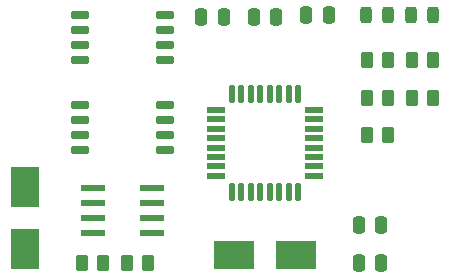
<source format=gtp>
%TF.GenerationSoftware,KiCad,Pcbnew,7.0.10*%
%TF.CreationDate,2024-01-19T04:31:44-05:00*%
%TF.ProjectId,Dattalogger_Board,44617474-616c-46f6-9767-65725f426f61,1*%
%TF.SameCoordinates,Original*%
%TF.FileFunction,Paste,Top*%
%TF.FilePolarity,Positive*%
%FSLAX46Y46*%
G04 Gerber Fmt 4.6, Leading zero omitted, Abs format (unit mm)*
G04 Created by KiCad (PCBNEW 7.0.10) date 2024-01-19 04:31:44*
%MOMM*%
%LPD*%
G01*
G04 APERTURE LIST*
G04 Aperture macros list*
%AMRoundRect*
0 Rectangle with rounded corners*
0 $1 Rounding radius*
0 $2 $3 $4 $5 $6 $7 $8 $9 X,Y pos of 4 corners*
0 Add a 4 corners polygon primitive as box body*
4,1,4,$2,$3,$4,$5,$6,$7,$8,$9,$2,$3,0*
0 Add four circle primitives for the rounded corners*
1,1,$1+$1,$2,$3*
1,1,$1+$1,$4,$5*
1,1,$1+$1,$6,$7*
1,1,$1+$1,$8,$9*
0 Add four rect primitives between the rounded corners*
20,1,$1+$1,$2,$3,$4,$5,0*
20,1,$1+$1,$4,$5,$6,$7,0*
20,1,$1+$1,$6,$7,$8,$9,0*
20,1,$1+$1,$8,$9,$2,$3,0*%
G04 Aperture macros list end*
%ADD10RoundRect,0.150000X-0.650000X-0.150000X0.650000X-0.150000X0.650000X0.150000X-0.650000X0.150000X0*%
%ADD11RoundRect,0.038500X-0.696500X-0.236500X0.696500X-0.236500X0.696500X0.236500X-0.696500X0.236500X0*%
%ADD12RoundRect,0.099000X-0.176000X-0.636000X0.176000X-0.636000X0.176000X0.636000X-0.176000X0.636000X0*%
%ADD13RoundRect,0.041300X-0.943700X-0.253700X0.943700X-0.253700X0.943700X0.253700X-0.943700X0.253700X0*%
%ADD14R,2.400000X3.500000*%
%ADD15R,3.500000X2.400000*%
%ADD16RoundRect,0.250000X-0.262500X-0.450000X0.262500X-0.450000X0.262500X0.450000X-0.262500X0.450000X0*%
%ADD17RoundRect,0.250000X0.262500X0.450000X-0.262500X0.450000X-0.262500X-0.450000X0.262500X-0.450000X0*%
%ADD18RoundRect,0.243750X-0.243750X-0.456250X0.243750X-0.456250X0.243750X0.456250X-0.243750X0.456250X0*%
%ADD19RoundRect,0.250000X0.250000X0.475000X-0.250000X0.475000X-0.250000X-0.475000X0.250000X-0.475000X0*%
%ADD20RoundRect,0.250000X-0.250000X-0.475000X0.250000X-0.475000X0.250000X0.475000X-0.250000X0.475000X0*%
G04 APERTURE END LIST*
D10*
%TO.C,U1*%
X136735000Y-73660000D03*
X136735000Y-74930000D03*
X136735000Y-76200000D03*
X136735000Y-77470000D03*
X143935000Y-77470000D03*
X143935000Y-76200000D03*
X143935000Y-74930000D03*
X143935000Y-73660000D03*
%TD*%
D11*
%TO.C,U4*%
X148230000Y-74035000D03*
X148230000Y-74835000D03*
X148230000Y-75635000D03*
X148230000Y-76435000D03*
X148230000Y-77235000D03*
X148230000Y-78035000D03*
X148230000Y-78835000D03*
X148230000Y-79635000D03*
D12*
X149600000Y-81005000D03*
X150400000Y-81005000D03*
X151200000Y-81005000D03*
X152000000Y-81005000D03*
X152800000Y-81005000D03*
X153600000Y-81005000D03*
X154400000Y-81005000D03*
X155200000Y-81005000D03*
D11*
X156570000Y-79635000D03*
X156570000Y-78835000D03*
X156570000Y-78035000D03*
X156570000Y-77235000D03*
X156570000Y-76435000D03*
X156570000Y-75635000D03*
X156570000Y-74835000D03*
X156570000Y-74035000D03*
D12*
X155200000Y-72665000D03*
X154400000Y-72665000D03*
X153600000Y-72665000D03*
X152800000Y-72665000D03*
X152000000Y-72665000D03*
X151200000Y-72665000D03*
X150400000Y-72665000D03*
X149600000Y-72665000D03*
%TD*%
D13*
%TO.C,U2*%
X137860000Y-80645000D03*
X137860000Y-81915000D03*
X137860000Y-83185000D03*
X137860000Y-84455000D03*
X142810000Y-84455000D03*
X142810000Y-83185000D03*
X142810000Y-81915000D03*
X142810000Y-80645000D03*
%TD*%
D10*
%TO.C,U3*%
X136735000Y-66040000D03*
X136735000Y-67310000D03*
X136735000Y-68580000D03*
X136735000Y-69850000D03*
X143935000Y-69850000D03*
X143935000Y-68580000D03*
X143935000Y-67310000D03*
X143935000Y-66040000D03*
%TD*%
D14*
%TO.C,Y1*%
X132080000Y-85785000D03*
X132080000Y-80585000D03*
%TD*%
D15*
%TO.C,Y2*%
X149800000Y-86360000D03*
X155000000Y-86360000D03*
%TD*%
D16*
%TO.C,R5*%
X161012500Y-69850000D03*
X162837500Y-69850000D03*
%TD*%
D17*
%TO.C,R4*%
X162837500Y-73025000D03*
X161012500Y-73025000D03*
%TD*%
%TO.C,R3*%
X161012500Y-76200000D03*
X162837500Y-76200000D03*
%TD*%
D18*
%TO.C,D2*%
X162862500Y-66040000D03*
X160987500Y-66040000D03*
%TD*%
D19*
%TO.C,C4*%
X162240000Y-86995000D03*
X160340000Y-86995000D03*
%TD*%
%TO.C,C2*%
X162240000Y-83820000D03*
X160340000Y-83820000D03*
%TD*%
D17*
%TO.C,R7*%
X164822500Y-69850000D03*
X166647500Y-69850000D03*
%TD*%
D16*
%TO.C,R6*%
X166647500Y-73025000D03*
X164822500Y-73025000D03*
%TD*%
D17*
%TO.C,R2*%
X142517500Y-86995000D03*
X140692500Y-86995000D03*
%TD*%
D16*
%TO.C,R1*%
X136882500Y-86995000D03*
X138707500Y-86995000D03*
%TD*%
D18*
%TO.C,D1*%
X164797500Y-66040000D03*
X166672500Y-66040000D03*
%TD*%
D20*
%TO.C,C5*%
X157795000Y-66040000D03*
X155895000Y-66040000D03*
%TD*%
%TO.C,C3*%
X153380668Y-66192568D03*
X151480668Y-66192568D03*
%TD*%
%TO.C,C1*%
X148905000Y-66155000D03*
X147005000Y-66155000D03*
%TD*%
M02*

</source>
